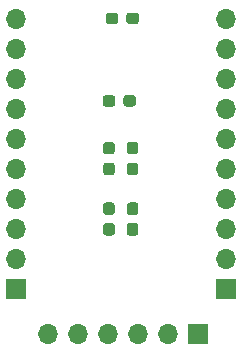
<source format=gts>
G04 #@! TF.GenerationSoftware,KiCad,Pcbnew,5.0.2-bee76a0~70~ubuntu16.04.1*
G04 #@! TF.CreationDate,2019-03-12T22:28:51+00:00*
G04 #@! TF.ProjectId,project,70726f6a-6563-4742-9e6b-696361645f70,rev?*
G04 #@! TF.SameCoordinates,Original*
G04 #@! TF.FileFunction,Soldermask,Top*
G04 #@! TF.FilePolarity,Negative*
%FSLAX46Y46*%
G04 Gerber Fmt 4.6, Leading zero omitted, Abs format (unit mm)*
G04 Created by KiCad (PCBNEW 5.0.2-bee76a0~70~ubuntu16.04.1) date Tue 12 Mar 2019 22:28:51 GMT*
%MOMM*%
%LPD*%
G01*
G04 APERTURE LIST*
%ADD10C,0.100000*%
%ADD11C,0.950000*%
%ADD12R,1.700000X1.700000*%
%ADD13O,1.700000X1.700000*%
G04 APERTURE END LIST*
D10*
G04 #@! TO.C,C1*
G36*
X156239183Y-97120383D02*
X156262238Y-97123802D01*
X156284847Y-97129466D01*
X156306791Y-97137318D01*
X156327861Y-97147283D01*
X156347852Y-97159265D01*
X156366572Y-97173149D01*
X156383842Y-97188801D01*
X156399494Y-97206071D01*
X156413378Y-97224791D01*
X156425360Y-97244782D01*
X156435325Y-97265852D01*
X156443177Y-97287796D01*
X156448841Y-97310405D01*
X156452260Y-97333460D01*
X156453404Y-97356739D01*
X156453404Y-97831739D01*
X156452260Y-97855018D01*
X156448841Y-97878073D01*
X156443177Y-97900682D01*
X156435325Y-97922626D01*
X156425360Y-97943696D01*
X156413378Y-97963687D01*
X156399494Y-97982407D01*
X156383842Y-97999677D01*
X156366572Y-98015329D01*
X156347852Y-98029213D01*
X156327861Y-98041195D01*
X156306791Y-98051160D01*
X156284847Y-98059012D01*
X156262238Y-98064676D01*
X156239183Y-98068095D01*
X156215904Y-98069239D01*
X155640904Y-98069239D01*
X155617625Y-98068095D01*
X155594570Y-98064676D01*
X155571961Y-98059012D01*
X155550017Y-98051160D01*
X155528947Y-98041195D01*
X155508956Y-98029213D01*
X155490236Y-98015329D01*
X155472966Y-97999677D01*
X155457314Y-97982407D01*
X155443430Y-97963687D01*
X155431448Y-97943696D01*
X155421483Y-97922626D01*
X155413631Y-97900682D01*
X155407967Y-97878073D01*
X155404548Y-97855018D01*
X155403404Y-97831739D01*
X155403404Y-97356739D01*
X155404548Y-97333460D01*
X155407967Y-97310405D01*
X155413631Y-97287796D01*
X155421483Y-97265852D01*
X155431448Y-97244782D01*
X155443430Y-97224791D01*
X155457314Y-97206071D01*
X155472966Y-97188801D01*
X155490236Y-97173149D01*
X155508956Y-97159265D01*
X155528947Y-97147283D01*
X155550017Y-97137318D01*
X155571961Y-97129466D01*
X155594570Y-97123802D01*
X155617625Y-97120383D01*
X155640904Y-97119239D01*
X156215904Y-97119239D01*
X156239183Y-97120383D01*
X156239183Y-97120383D01*
G37*
D11*
X155928404Y-97594239D03*
D10*
G36*
X157989183Y-97120383D02*
X158012238Y-97123802D01*
X158034847Y-97129466D01*
X158056791Y-97137318D01*
X158077861Y-97147283D01*
X158097852Y-97159265D01*
X158116572Y-97173149D01*
X158133842Y-97188801D01*
X158149494Y-97206071D01*
X158163378Y-97224791D01*
X158175360Y-97244782D01*
X158185325Y-97265852D01*
X158193177Y-97287796D01*
X158198841Y-97310405D01*
X158202260Y-97333460D01*
X158203404Y-97356739D01*
X158203404Y-97831739D01*
X158202260Y-97855018D01*
X158198841Y-97878073D01*
X158193177Y-97900682D01*
X158185325Y-97922626D01*
X158175360Y-97943696D01*
X158163378Y-97963687D01*
X158149494Y-97982407D01*
X158133842Y-97999677D01*
X158116572Y-98015329D01*
X158097852Y-98029213D01*
X158077861Y-98041195D01*
X158056791Y-98051160D01*
X158034847Y-98059012D01*
X158012238Y-98064676D01*
X157989183Y-98068095D01*
X157965904Y-98069239D01*
X157390904Y-98069239D01*
X157367625Y-98068095D01*
X157344570Y-98064676D01*
X157321961Y-98059012D01*
X157300017Y-98051160D01*
X157278947Y-98041195D01*
X157258956Y-98029213D01*
X157240236Y-98015329D01*
X157222966Y-97999677D01*
X157207314Y-97982407D01*
X157193430Y-97963687D01*
X157181448Y-97943696D01*
X157171483Y-97922626D01*
X157163631Y-97900682D01*
X157157967Y-97878073D01*
X157154548Y-97855018D01*
X157153404Y-97831739D01*
X157153404Y-97356739D01*
X157154548Y-97333460D01*
X157157967Y-97310405D01*
X157163631Y-97287796D01*
X157171483Y-97265852D01*
X157181448Y-97244782D01*
X157193430Y-97224791D01*
X157207314Y-97206071D01*
X157222966Y-97188801D01*
X157240236Y-97173149D01*
X157258956Y-97159265D01*
X157278947Y-97147283D01*
X157300017Y-97137318D01*
X157321961Y-97129466D01*
X157344570Y-97123802D01*
X157367625Y-97120383D01*
X157390904Y-97119239D01*
X157965904Y-97119239D01*
X157989183Y-97120383D01*
X157989183Y-97120383D01*
G37*
D11*
X157678404Y-97594239D03*
G04 #@! TD*
D10*
G04 #@! TO.C,C2*
G36*
X158179183Y-102825383D02*
X158202238Y-102828802D01*
X158224847Y-102834466D01*
X158246791Y-102842318D01*
X158267861Y-102852283D01*
X158287852Y-102864265D01*
X158306572Y-102878149D01*
X158323842Y-102893801D01*
X158339494Y-102911071D01*
X158353378Y-102929791D01*
X158365360Y-102949782D01*
X158375325Y-102970852D01*
X158383177Y-102992796D01*
X158388841Y-103015405D01*
X158392260Y-103038460D01*
X158393404Y-103061739D01*
X158393404Y-103636739D01*
X158392260Y-103660018D01*
X158388841Y-103683073D01*
X158383177Y-103705682D01*
X158375325Y-103727626D01*
X158365360Y-103748696D01*
X158353378Y-103768687D01*
X158339494Y-103787407D01*
X158323842Y-103804677D01*
X158306572Y-103820329D01*
X158287852Y-103834213D01*
X158267861Y-103846195D01*
X158246791Y-103856160D01*
X158224847Y-103864012D01*
X158202238Y-103869676D01*
X158179183Y-103873095D01*
X158155904Y-103874239D01*
X157680904Y-103874239D01*
X157657625Y-103873095D01*
X157634570Y-103869676D01*
X157611961Y-103864012D01*
X157590017Y-103856160D01*
X157568947Y-103846195D01*
X157548956Y-103834213D01*
X157530236Y-103820329D01*
X157512966Y-103804677D01*
X157497314Y-103787407D01*
X157483430Y-103768687D01*
X157471448Y-103748696D01*
X157461483Y-103727626D01*
X157453631Y-103705682D01*
X157447967Y-103683073D01*
X157444548Y-103660018D01*
X157443404Y-103636739D01*
X157443404Y-103061739D01*
X157444548Y-103038460D01*
X157447967Y-103015405D01*
X157453631Y-102992796D01*
X157461483Y-102970852D01*
X157471448Y-102949782D01*
X157483430Y-102929791D01*
X157497314Y-102911071D01*
X157512966Y-102893801D01*
X157530236Y-102878149D01*
X157548956Y-102864265D01*
X157568947Y-102852283D01*
X157590017Y-102842318D01*
X157611961Y-102834466D01*
X157634570Y-102828802D01*
X157657625Y-102825383D01*
X157680904Y-102824239D01*
X158155904Y-102824239D01*
X158179183Y-102825383D01*
X158179183Y-102825383D01*
G37*
D11*
X157918404Y-103349239D03*
D10*
G36*
X158179183Y-101075383D02*
X158202238Y-101078802D01*
X158224847Y-101084466D01*
X158246791Y-101092318D01*
X158267861Y-101102283D01*
X158287852Y-101114265D01*
X158306572Y-101128149D01*
X158323842Y-101143801D01*
X158339494Y-101161071D01*
X158353378Y-101179791D01*
X158365360Y-101199782D01*
X158375325Y-101220852D01*
X158383177Y-101242796D01*
X158388841Y-101265405D01*
X158392260Y-101288460D01*
X158393404Y-101311739D01*
X158393404Y-101886739D01*
X158392260Y-101910018D01*
X158388841Y-101933073D01*
X158383177Y-101955682D01*
X158375325Y-101977626D01*
X158365360Y-101998696D01*
X158353378Y-102018687D01*
X158339494Y-102037407D01*
X158323842Y-102054677D01*
X158306572Y-102070329D01*
X158287852Y-102084213D01*
X158267861Y-102096195D01*
X158246791Y-102106160D01*
X158224847Y-102114012D01*
X158202238Y-102119676D01*
X158179183Y-102123095D01*
X158155904Y-102124239D01*
X157680904Y-102124239D01*
X157657625Y-102123095D01*
X157634570Y-102119676D01*
X157611961Y-102114012D01*
X157590017Y-102106160D01*
X157568947Y-102096195D01*
X157548956Y-102084213D01*
X157530236Y-102070329D01*
X157512966Y-102054677D01*
X157497314Y-102037407D01*
X157483430Y-102018687D01*
X157471448Y-101998696D01*
X157461483Y-101977626D01*
X157453631Y-101955682D01*
X157447967Y-101933073D01*
X157444548Y-101910018D01*
X157443404Y-101886739D01*
X157443404Y-101311739D01*
X157444548Y-101288460D01*
X157447967Y-101265405D01*
X157453631Y-101242796D01*
X157461483Y-101220852D01*
X157471448Y-101199782D01*
X157483430Y-101179791D01*
X157497314Y-101161071D01*
X157512966Y-101143801D01*
X157530236Y-101128149D01*
X157548956Y-101114265D01*
X157568947Y-101102283D01*
X157590017Y-101092318D01*
X157611961Y-101084466D01*
X157634570Y-101078802D01*
X157657625Y-101075383D01*
X157680904Y-101074239D01*
X158155904Y-101074239D01*
X158179183Y-101075383D01*
X158179183Y-101075383D01*
G37*
D11*
X157918404Y-101599239D03*
G04 #@! TD*
D10*
G04 #@! TO.C,C3*
G36*
X156189183Y-101070383D02*
X156212238Y-101073802D01*
X156234847Y-101079466D01*
X156256791Y-101087318D01*
X156277861Y-101097283D01*
X156297852Y-101109265D01*
X156316572Y-101123149D01*
X156333842Y-101138801D01*
X156349494Y-101156071D01*
X156363378Y-101174791D01*
X156375360Y-101194782D01*
X156385325Y-101215852D01*
X156393177Y-101237796D01*
X156398841Y-101260405D01*
X156402260Y-101283460D01*
X156403404Y-101306739D01*
X156403404Y-101881739D01*
X156402260Y-101905018D01*
X156398841Y-101928073D01*
X156393177Y-101950682D01*
X156385325Y-101972626D01*
X156375360Y-101993696D01*
X156363378Y-102013687D01*
X156349494Y-102032407D01*
X156333842Y-102049677D01*
X156316572Y-102065329D01*
X156297852Y-102079213D01*
X156277861Y-102091195D01*
X156256791Y-102101160D01*
X156234847Y-102109012D01*
X156212238Y-102114676D01*
X156189183Y-102118095D01*
X156165904Y-102119239D01*
X155690904Y-102119239D01*
X155667625Y-102118095D01*
X155644570Y-102114676D01*
X155621961Y-102109012D01*
X155600017Y-102101160D01*
X155578947Y-102091195D01*
X155558956Y-102079213D01*
X155540236Y-102065329D01*
X155522966Y-102049677D01*
X155507314Y-102032407D01*
X155493430Y-102013687D01*
X155481448Y-101993696D01*
X155471483Y-101972626D01*
X155463631Y-101950682D01*
X155457967Y-101928073D01*
X155454548Y-101905018D01*
X155453404Y-101881739D01*
X155453404Y-101306739D01*
X155454548Y-101283460D01*
X155457967Y-101260405D01*
X155463631Y-101237796D01*
X155471483Y-101215852D01*
X155481448Y-101194782D01*
X155493430Y-101174791D01*
X155507314Y-101156071D01*
X155522966Y-101138801D01*
X155540236Y-101123149D01*
X155558956Y-101109265D01*
X155578947Y-101097283D01*
X155600017Y-101087318D01*
X155621961Y-101079466D01*
X155644570Y-101073802D01*
X155667625Y-101070383D01*
X155690904Y-101069239D01*
X156165904Y-101069239D01*
X156189183Y-101070383D01*
X156189183Y-101070383D01*
G37*
D11*
X155928404Y-101594239D03*
D10*
G36*
X156189183Y-102820383D02*
X156212238Y-102823802D01*
X156234847Y-102829466D01*
X156256791Y-102837318D01*
X156277861Y-102847283D01*
X156297852Y-102859265D01*
X156316572Y-102873149D01*
X156333842Y-102888801D01*
X156349494Y-102906071D01*
X156363378Y-102924791D01*
X156375360Y-102944782D01*
X156385325Y-102965852D01*
X156393177Y-102987796D01*
X156398841Y-103010405D01*
X156402260Y-103033460D01*
X156403404Y-103056739D01*
X156403404Y-103631739D01*
X156402260Y-103655018D01*
X156398841Y-103678073D01*
X156393177Y-103700682D01*
X156385325Y-103722626D01*
X156375360Y-103743696D01*
X156363378Y-103763687D01*
X156349494Y-103782407D01*
X156333842Y-103799677D01*
X156316572Y-103815329D01*
X156297852Y-103829213D01*
X156277861Y-103841195D01*
X156256791Y-103851160D01*
X156234847Y-103859012D01*
X156212238Y-103864676D01*
X156189183Y-103868095D01*
X156165904Y-103869239D01*
X155690904Y-103869239D01*
X155667625Y-103868095D01*
X155644570Y-103864676D01*
X155621961Y-103859012D01*
X155600017Y-103851160D01*
X155578947Y-103841195D01*
X155558956Y-103829213D01*
X155540236Y-103815329D01*
X155522966Y-103799677D01*
X155507314Y-103782407D01*
X155493430Y-103763687D01*
X155481448Y-103743696D01*
X155471483Y-103722626D01*
X155463631Y-103700682D01*
X155457967Y-103678073D01*
X155454548Y-103655018D01*
X155453404Y-103631739D01*
X155453404Y-103056739D01*
X155454548Y-103033460D01*
X155457967Y-103010405D01*
X155463631Y-102987796D01*
X155471483Y-102965852D01*
X155481448Y-102944782D01*
X155493430Y-102924791D01*
X155507314Y-102906071D01*
X155522966Y-102888801D01*
X155540236Y-102873149D01*
X155558956Y-102859265D01*
X155578947Y-102847283D01*
X155600017Y-102837318D01*
X155621961Y-102829466D01*
X155644570Y-102823802D01*
X155667625Y-102820383D01*
X155690904Y-102819239D01*
X156165904Y-102819239D01*
X156189183Y-102820383D01*
X156189183Y-102820383D01*
G37*
D11*
X155928404Y-103344239D03*
G04 #@! TD*
D10*
G04 #@! TO.C,C4*
G36*
X158189183Y-106195383D02*
X158212238Y-106198802D01*
X158234847Y-106204466D01*
X158256791Y-106212318D01*
X158277861Y-106222283D01*
X158297852Y-106234265D01*
X158316572Y-106248149D01*
X158333842Y-106263801D01*
X158349494Y-106281071D01*
X158363378Y-106299791D01*
X158375360Y-106319782D01*
X158385325Y-106340852D01*
X158393177Y-106362796D01*
X158398841Y-106385405D01*
X158402260Y-106408460D01*
X158403404Y-106431739D01*
X158403404Y-107006739D01*
X158402260Y-107030018D01*
X158398841Y-107053073D01*
X158393177Y-107075682D01*
X158385325Y-107097626D01*
X158375360Y-107118696D01*
X158363378Y-107138687D01*
X158349494Y-107157407D01*
X158333842Y-107174677D01*
X158316572Y-107190329D01*
X158297852Y-107204213D01*
X158277861Y-107216195D01*
X158256791Y-107226160D01*
X158234847Y-107234012D01*
X158212238Y-107239676D01*
X158189183Y-107243095D01*
X158165904Y-107244239D01*
X157690904Y-107244239D01*
X157667625Y-107243095D01*
X157644570Y-107239676D01*
X157621961Y-107234012D01*
X157600017Y-107226160D01*
X157578947Y-107216195D01*
X157558956Y-107204213D01*
X157540236Y-107190329D01*
X157522966Y-107174677D01*
X157507314Y-107157407D01*
X157493430Y-107138687D01*
X157481448Y-107118696D01*
X157471483Y-107097626D01*
X157463631Y-107075682D01*
X157457967Y-107053073D01*
X157454548Y-107030018D01*
X157453404Y-107006739D01*
X157453404Y-106431739D01*
X157454548Y-106408460D01*
X157457967Y-106385405D01*
X157463631Y-106362796D01*
X157471483Y-106340852D01*
X157481448Y-106319782D01*
X157493430Y-106299791D01*
X157507314Y-106281071D01*
X157522966Y-106263801D01*
X157540236Y-106248149D01*
X157558956Y-106234265D01*
X157578947Y-106222283D01*
X157600017Y-106212318D01*
X157621961Y-106204466D01*
X157644570Y-106198802D01*
X157667625Y-106195383D01*
X157690904Y-106194239D01*
X158165904Y-106194239D01*
X158189183Y-106195383D01*
X158189183Y-106195383D01*
G37*
D11*
X157928404Y-106719239D03*
D10*
G36*
X158189183Y-107945383D02*
X158212238Y-107948802D01*
X158234847Y-107954466D01*
X158256791Y-107962318D01*
X158277861Y-107972283D01*
X158297852Y-107984265D01*
X158316572Y-107998149D01*
X158333842Y-108013801D01*
X158349494Y-108031071D01*
X158363378Y-108049791D01*
X158375360Y-108069782D01*
X158385325Y-108090852D01*
X158393177Y-108112796D01*
X158398841Y-108135405D01*
X158402260Y-108158460D01*
X158403404Y-108181739D01*
X158403404Y-108756739D01*
X158402260Y-108780018D01*
X158398841Y-108803073D01*
X158393177Y-108825682D01*
X158385325Y-108847626D01*
X158375360Y-108868696D01*
X158363378Y-108888687D01*
X158349494Y-108907407D01*
X158333842Y-108924677D01*
X158316572Y-108940329D01*
X158297852Y-108954213D01*
X158277861Y-108966195D01*
X158256791Y-108976160D01*
X158234847Y-108984012D01*
X158212238Y-108989676D01*
X158189183Y-108993095D01*
X158165904Y-108994239D01*
X157690904Y-108994239D01*
X157667625Y-108993095D01*
X157644570Y-108989676D01*
X157621961Y-108984012D01*
X157600017Y-108976160D01*
X157578947Y-108966195D01*
X157558956Y-108954213D01*
X157540236Y-108940329D01*
X157522966Y-108924677D01*
X157507314Y-108907407D01*
X157493430Y-108888687D01*
X157481448Y-108868696D01*
X157471483Y-108847626D01*
X157463631Y-108825682D01*
X157457967Y-108803073D01*
X157454548Y-108780018D01*
X157453404Y-108756739D01*
X157453404Y-108181739D01*
X157454548Y-108158460D01*
X157457967Y-108135405D01*
X157463631Y-108112796D01*
X157471483Y-108090852D01*
X157481448Y-108069782D01*
X157493430Y-108049791D01*
X157507314Y-108031071D01*
X157522966Y-108013801D01*
X157540236Y-107998149D01*
X157558956Y-107984265D01*
X157578947Y-107972283D01*
X157600017Y-107962318D01*
X157621961Y-107954466D01*
X157644570Y-107948802D01*
X157667625Y-107945383D01*
X157690904Y-107944239D01*
X158165904Y-107944239D01*
X158189183Y-107945383D01*
X158189183Y-107945383D01*
G37*
D11*
X157928404Y-108469239D03*
G04 #@! TD*
D12*
G04 #@! TO.C,J1*
X163438404Y-117294239D03*
D13*
X160898404Y-117294239D03*
X158358404Y-117294239D03*
X155818404Y-117294239D03*
X153278404Y-117294239D03*
X150738404Y-117294239D03*
G04 #@! TD*
D12*
G04 #@! TO.C,J2*
X148038404Y-113484239D03*
D13*
X148038404Y-110944239D03*
X148038404Y-108404239D03*
X148038404Y-105864239D03*
X148038404Y-103324239D03*
X148038404Y-100784239D03*
X148038404Y-98244239D03*
X148038404Y-95704239D03*
X148038404Y-93164239D03*
X148038404Y-90624239D03*
G04 #@! TD*
G04 #@! TO.C,J3*
X165818404Y-90624239D03*
X165818404Y-93164239D03*
X165818404Y-95704239D03*
X165818404Y-98244239D03*
X165818404Y-100784239D03*
X165818404Y-103324239D03*
X165818404Y-105864239D03*
X165818404Y-108404239D03*
X165818404Y-110944239D03*
D12*
X165818404Y-113484239D03*
G04 #@! TD*
D10*
G04 #@! TO.C,R1*
G36*
X156189183Y-106195383D02*
X156212238Y-106198802D01*
X156234847Y-106204466D01*
X156256791Y-106212318D01*
X156277861Y-106222283D01*
X156297852Y-106234265D01*
X156316572Y-106248149D01*
X156333842Y-106263801D01*
X156349494Y-106281071D01*
X156363378Y-106299791D01*
X156375360Y-106319782D01*
X156385325Y-106340852D01*
X156393177Y-106362796D01*
X156398841Y-106385405D01*
X156402260Y-106408460D01*
X156403404Y-106431739D01*
X156403404Y-107006739D01*
X156402260Y-107030018D01*
X156398841Y-107053073D01*
X156393177Y-107075682D01*
X156385325Y-107097626D01*
X156375360Y-107118696D01*
X156363378Y-107138687D01*
X156349494Y-107157407D01*
X156333842Y-107174677D01*
X156316572Y-107190329D01*
X156297852Y-107204213D01*
X156277861Y-107216195D01*
X156256791Y-107226160D01*
X156234847Y-107234012D01*
X156212238Y-107239676D01*
X156189183Y-107243095D01*
X156165904Y-107244239D01*
X155690904Y-107244239D01*
X155667625Y-107243095D01*
X155644570Y-107239676D01*
X155621961Y-107234012D01*
X155600017Y-107226160D01*
X155578947Y-107216195D01*
X155558956Y-107204213D01*
X155540236Y-107190329D01*
X155522966Y-107174677D01*
X155507314Y-107157407D01*
X155493430Y-107138687D01*
X155481448Y-107118696D01*
X155471483Y-107097626D01*
X155463631Y-107075682D01*
X155457967Y-107053073D01*
X155454548Y-107030018D01*
X155453404Y-107006739D01*
X155453404Y-106431739D01*
X155454548Y-106408460D01*
X155457967Y-106385405D01*
X155463631Y-106362796D01*
X155471483Y-106340852D01*
X155481448Y-106319782D01*
X155493430Y-106299791D01*
X155507314Y-106281071D01*
X155522966Y-106263801D01*
X155540236Y-106248149D01*
X155558956Y-106234265D01*
X155578947Y-106222283D01*
X155600017Y-106212318D01*
X155621961Y-106204466D01*
X155644570Y-106198802D01*
X155667625Y-106195383D01*
X155690904Y-106194239D01*
X156165904Y-106194239D01*
X156189183Y-106195383D01*
X156189183Y-106195383D01*
G37*
D11*
X155928404Y-106719239D03*
D10*
G36*
X156189183Y-107945383D02*
X156212238Y-107948802D01*
X156234847Y-107954466D01*
X156256791Y-107962318D01*
X156277861Y-107972283D01*
X156297852Y-107984265D01*
X156316572Y-107998149D01*
X156333842Y-108013801D01*
X156349494Y-108031071D01*
X156363378Y-108049791D01*
X156375360Y-108069782D01*
X156385325Y-108090852D01*
X156393177Y-108112796D01*
X156398841Y-108135405D01*
X156402260Y-108158460D01*
X156403404Y-108181739D01*
X156403404Y-108756739D01*
X156402260Y-108780018D01*
X156398841Y-108803073D01*
X156393177Y-108825682D01*
X156385325Y-108847626D01*
X156375360Y-108868696D01*
X156363378Y-108888687D01*
X156349494Y-108907407D01*
X156333842Y-108924677D01*
X156316572Y-108940329D01*
X156297852Y-108954213D01*
X156277861Y-108966195D01*
X156256791Y-108976160D01*
X156234847Y-108984012D01*
X156212238Y-108989676D01*
X156189183Y-108993095D01*
X156165904Y-108994239D01*
X155690904Y-108994239D01*
X155667625Y-108993095D01*
X155644570Y-108989676D01*
X155621961Y-108984012D01*
X155600017Y-108976160D01*
X155578947Y-108966195D01*
X155558956Y-108954213D01*
X155540236Y-108940329D01*
X155522966Y-108924677D01*
X155507314Y-108907407D01*
X155493430Y-108888687D01*
X155481448Y-108868696D01*
X155471483Y-108847626D01*
X155463631Y-108825682D01*
X155457967Y-108803073D01*
X155454548Y-108780018D01*
X155453404Y-108756739D01*
X155453404Y-108181739D01*
X155454548Y-108158460D01*
X155457967Y-108135405D01*
X155463631Y-108112796D01*
X155471483Y-108090852D01*
X155481448Y-108069782D01*
X155493430Y-108049791D01*
X155507314Y-108031071D01*
X155522966Y-108013801D01*
X155540236Y-107998149D01*
X155558956Y-107984265D01*
X155578947Y-107972283D01*
X155600017Y-107962318D01*
X155621961Y-107954466D01*
X155644570Y-107948802D01*
X155667625Y-107945383D01*
X155690904Y-107944239D01*
X156165904Y-107944239D01*
X156189183Y-107945383D01*
X156189183Y-107945383D01*
G37*
D11*
X155928404Y-108469239D03*
G04 #@! TD*
D10*
G04 #@! TO.C,R2*
G36*
X156489183Y-90120383D02*
X156512238Y-90123802D01*
X156534847Y-90129466D01*
X156556791Y-90137318D01*
X156577861Y-90147283D01*
X156597852Y-90159265D01*
X156616572Y-90173149D01*
X156633842Y-90188801D01*
X156649494Y-90206071D01*
X156663378Y-90224791D01*
X156675360Y-90244782D01*
X156685325Y-90265852D01*
X156693177Y-90287796D01*
X156698841Y-90310405D01*
X156702260Y-90333460D01*
X156703404Y-90356739D01*
X156703404Y-90831739D01*
X156702260Y-90855018D01*
X156698841Y-90878073D01*
X156693177Y-90900682D01*
X156685325Y-90922626D01*
X156675360Y-90943696D01*
X156663378Y-90963687D01*
X156649494Y-90982407D01*
X156633842Y-90999677D01*
X156616572Y-91015329D01*
X156597852Y-91029213D01*
X156577861Y-91041195D01*
X156556791Y-91051160D01*
X156534847Y-91059012D01*
X156512238Y-91064676D01*
X156489183Y-91068095D01*
X156465904Y-91069239D01*
X155890904Y-91069239D01*
X155867625Y-91068095D01*
X155844570Y-91064676D01*
X155821961Y-91059012D01*
X155800017Y-91051160D01*
X155778947Y-91041195D01*
X155758956Y-91029213D01*
X155740236Y-91015329D01*
X155722966Y-90999677D01*
X155707314Y-90982407D01*
X155693430Y-90963687D01*
X155681448Y-90943696D01*
X155671483Y-90922626D01*
X155663631Y-90900682D01*
X155657967Y-90878073D01*
X155654548Y-90855018D01*
X155653404Y-90831739D01*
X155653404Y-90356739D01*
X155654548Y-90333460D01*
X155657967Y-90310405D01*
X155663631Y-90287796D01*
X155671483Y-90265852D01*
X155681448Y-90244782D01*
X155693430Y-90224791D01*
X155707314Y-90206071D01*
X155722966Y-90188801D01*
X155740236Y-90173149D01*
X155758956Y-90159265D01*
X155778947Y-90147283D01*
X155800017Y-90137318D01*
X155821961Y-90129466D01*
X155844570Y-90123802D01*
X155867625Y-90120383D01*
X155890904Y-90119239D01*
X156465904Y-90119239D01*
X156489183Y-90120383D01*
X156489183Y-90120383D01*
G37*
D11*
X156178404Y-90594239D03*
D10*
G36*
X158239183Y-90120383D02*
X158262238Y-90123802D01*
X158284847Y-90129466D01*
X158306791Y-90137318D01*
X158327861Y-90147283D01*
X158347852Y-90159265D01*
X158366572Y-90173149D01*
X158383842Y-90188801D01*
X158399494Y-90206071D01*
X158413378Y-90224791D01*
X158425360Y-90244782D01*
X158435325Y-90265852D01*
X158443177Y-90287796D01*
X158448841Y-90310405D01*
X158452260Y-90333460D01*
X158453404Y-90356739D01*
X158453404Y-90831739D01*
X158452260Y-90855018D01*
X158448841Y-90878073D01*
X158443177Y-90900682D01*
X158435325Y-90922626D01*
X158425360Y-90943696D01*
X158413378Y-90963687D01*
X158399494Y-90982407D01*
X158383842Y-90999677D01*
X158366572Y-91015329D01*
X158347852Y-91029213D01*
X158327861Y-91041195D01*
X158306791Y-91051160D01*
X158284847Y-91059012D01*
X158262238Y-91064676D01*
X158239183Y-91068095D01*
X158215904Y-91069239D01*
X157640904Y-91069239D01*
X157617625Y-91068095D01*
X157594570Y-91064676D01*
X157571961Y-91059012D01*
X157550017Y-91051160D01*
X157528947Y-91041195D01*
X157508956Y-91029213D01*
X157490236Y-91015329D01*
X157472966Y-90999677D01*
X157457314Y-90982407D01*
X157443430Y-90963687D01*
X157431448Y-90943696D01*
X157421483Y-90922626D01*
X157413631Y-90900682D01*
X157407967Y-90878073D01*
X157404548Y-90855018D01*
X157403404Y-90831739D01*
X157403404Y-90356739D01*
X157404548Y-90333460D01*
X157407967Y-90310405D01*
X157413631Y-90287796D01*
X157421483Y-90265852D01*
X157431448Y-90244782D01*
X157443430Y-90224791D01*
X157457314Y-90206071D01*
X157472966Y-90188801D01*
X157490236Y-90173149D01*
X157508956Y-90159265D01*
X157528947Y-90147283D01*
X157550017Y-90137318D01*
X157571961Y-90129466D01*
X157594570Y-90123802D01*
X157617625Y-90120383D01*
X157640904Y-90119239D01*
X158215904Y-90119239D01*
X158239183Y-90120383D01*
X158239183Y-90120383D01*
G37*
D11*
X157928404Y-90594239D03*
G04 #@! TD*
M02*

</source>
